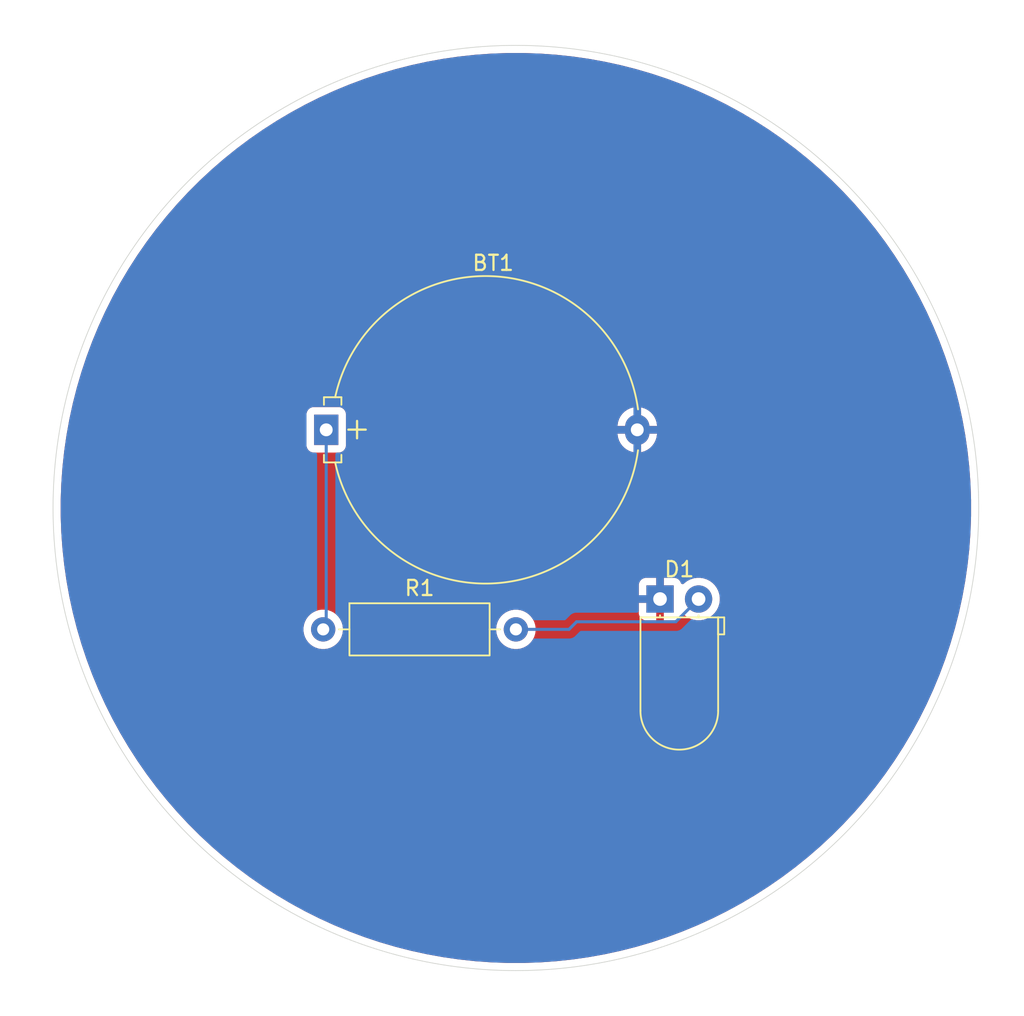
<source format=kicad_pcb>
(kicad_pcb (version 20241229) (generator "pcbnew") (generator_version "9.0")
  (layers (0 "F.Cu" signal) (2 "B.Cu" signal) (13 "F.Paste" user) (15 "B.Paste" user) (5 "F.SilkS" user "F.Silkscreen") (7 "B.SilkS" user "B.Silkscreen") (1 "F.Mask" user) (3 "B.Mask" user) (25 "Edge.Cuts" user))
  (net 0 "")
  (net 1 "GND")
  (net 2 "Net-(BT1-+)")
  (net 3 "Net-(D1-A)")
  (footprint "LED_THT:LED_D5.0mm_Horizontal_O1.27mm_Z3.0mm" (layer "F.Cu") (at 142.5 94.5)
    (property "Reference" "D1" (at 1.27 -1.96 0) (layer "F.SilkS"))
    (property "Value" "LED")
    (fp_line (start -1.29 1.21) (end -1.29 7.37) (stroke (width 0.12)) (layer "F.SilkS"))
    (fp_line (start -1.29 1.21) (end 3.83 1.21) (stroke (width 0.12)) (layer "F.SilkS"))
    (fp_line (start 0 1.08) (end 0 1.21) (stroke (width 0.12)) (layer "F.SilkS"))
    (fp_line (start 0 1.21) (end 0 1.08) (stroke (width 0.12)) (layer "F.SilkS"))
    (fp_line (start 2.54 1.08) (end 2.54 1.21) (stroke (width 0.12)) (layer "F.SilkS"))
    (fp_line (start 2.54 1.21) (end 2.54 1.08) (stroke (width 0.12)) (layer "F.SilkS"))
    (fp_line (start 3.83 1.21) (end 3.83 7.37) (stroke (width 0.12)) (layer "F.SilkS"))
    (fp_line (start 3.83 1.21) (end 4.23 1.21) (stroke (width 0.12)) (layer "F.SilkS"))
    (fp_line (start 3.83 2.33) (end 3.83 1.21) (stroke (width 0.12)) (layer "F.SilkS"))
    (fp_line (start 4.23 1.21) (end 4.23 2.33) (stroke (width 0.12)) (layer "F.SilkS"))
    (fp_line (start 4.23 2.33) (end 3.83 2.33) (stroke (width 0.12)) (layer "F.SilkS"))
    (fp_arc (start 3.83 7.37) (mid 1.27 9.93) (end -1.29 7.37) (stroke (width 0.12)) (layer "F.SilkS"))
    (pad "1" thru_hole rect (at 0 0) (size 1.8 1.8) (drill 0.9) (layers "*.Cu" "*.Mask") (net 1 "GND"))
    (pad "2" thru_hole circle (at 2.54 0) (size 1.8 1.8) (drill 0.9) (layers "*.Cu" "*.Mask") (net 3 "Net-(D1-A)"))
  )
  (footprint "Battery:Battery_Panasonic_CR2032-HFN_Horizontal_CircularHoles" (layer "F.Cu") (at 120.5 83.341607)
    (property "Reference" "BT1" (at 11 -11 0) (layer "F.SilkS"))
    (property "Value" "Battery_Cell")
    (fp_line (start -0.15 -2.15) (end -0.15 -1.65) (stroke (width 0.12)) (layer "F.SilkS"))
    (fp_line (start -0.15 -2.15) (end 1 -2.15) (stroke (width 0.12)) (layer "F.SilkS"))
    (fp_line (start -0.15 2.15) (end -0.15 1.65) (stroke (width 0.12)) (layer "F.SilkS"))
    (fp_line (start -0.15 2.15) (end 1 2.15) (stroke (width 0.12)) (layer "F.SilkS"))
    (fp_line (start 1 -2.15) (end 1 -1.65) (stroke (width 0.12)) (layer "F.SilkS"))
    (fp_line (start 1 2.15) (end 1 1.65) (stroke (width 0.12)) (layer "F.SilkS"))
    (fp_arc (start 0.59 -2.15) (mid 10.91 -10.13) (end 20.55 -1.35) (stroke (width 0.12)) (layer "F.SilkS"))
    (fp_arc (start 20.55 1.35) (mid 10.91 10.13) (end 0.59 2.15) (stroke (width 0.12)) (layer "F.SilkS"))
    (fp_text user "+" (at 2.032 -0.127 0) (layer "F.SilkS") (effects (font (size 1.5 1.5))))
    (pad "1" thru_hole rect (at 0 0) (size 1.6 2) (drill 0.85) (layers "*.Cu" "*.Mask") (net 2 "Net-(BT1-+)"))
    (pad "2" thru_hole oval (at 20.5 0) (size 1.6 2) (drill 0.85) (layers "*.Cu" "*.Mask") (net 1 "GND"))
  )
  (footprint "Resistor_THT:R_Axial_DIN0309_L9.0mm_D3.2mm_P12.70mm_Horizontal" (layer "F.Cu") (at 120.3 96.5)
    (property "Reference" "R1" (at 6.35 -2.72 0) (layer "F.SilkS"))
    (property "Value" "220")
    (fp_line (start 1.04 0) (end 1.73 0) (stroke (width 0.12)) (layer "F.SilkS"))
    (fp_line (start 11.66 0) (end 10.97 0) (stroke (width 0.12)) (layer "F.SilkS"))
    (fp_rect (start 1.73 -1.72) (end 10.97 1.72) (stroke (width 0.12)) (fill no) (layer "F.SilkS"))
    (pad "1" thru_hole circle (at 0 0) (size 1.6 1.6) (drill 0.8) (layers "*.Cu" "*.Mask") (net 2 "Net-(BT1-+)"))
    (pad "2" thru_hole circle (at 12.7 0) (size 1.6 1.6) (drill 0.8) (layers "*.Cu" "*.Mask") (net 3 "Net-(D1-A)"))
  )
  (gr_circle (center 133 88.495902) (end 102.5 87.995902) (stroke (width 0.05)) (fill no) (layer "Edge.Cuts"))
  (segment (start 120.5 96.3) (end 120.3 96.5) (width 0.2) (layer "B.Cu") (net 2))
  (segment (start 120.5 83.341607) (end 120.5 96.3) (width 0.2) (layer "B.Cu") (net 2))
  (segment (start 137 96) (end 143.54 96) (width 0.2) (layer "B.Cu") (net 3))
  (segment (start 143.54 96) (end 145.04 94.5) (width 0.2) (layer "B.Cu") (net 3))
  (segment (start 136.5 96.5) (end 137 96) (width 0.2) (layer "B.Cu") (net 3))
  (segment (start 133 96.5) (end 136.5 96.5) (width 0.2) (layer "B.Cu") (net 3))
  (zone (net 1) (net_name "GND") (layers "F.Cu" "B.Cu") (connect_pads (clearance 0.5)) (min_thickness 0.25) (fill yes (thermal_gap 0.5) (thermal_bridge_width 0.5))
    (polygon (pts (xy 99 60) (xy 99 122) (xy 166.5 121.5) (xy 166 55) (xy 99 55)))
  )
)
</source>
